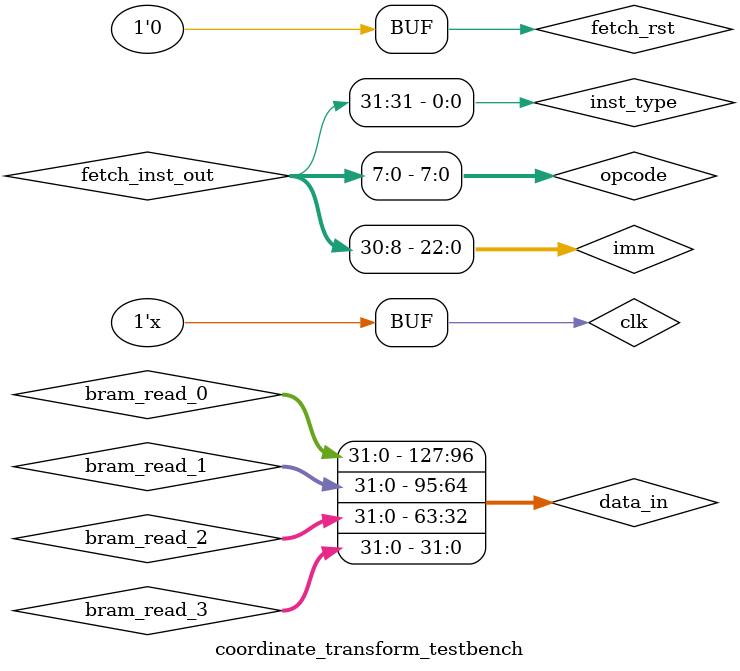
<source format=v>
`timescale 1ns / 1ps
module coordinate_transform_testbench(
    );
    
    reg             clk;
    
    wire [31:0]     bram_read_0;
    wire [31:0]     bram_read_1;
    wire [31:0]     bram_read_2;
    wire [31:0]     bram_read_3;
    
    wire [31:0]     v_x;
    wire [31:0]     v_y;
    wire [31:0]     v_width;
    wire [31:0]     v_height;
    
    wire [31:0]     decode_addr_out;
    wire            push_en;
    wire            pop_en;
    wire [31:0]     color_in;
    wire [31:0]     color_out;
    wire            matrix_load_en;
    wire            matrix_load_id_en;
    wire            matrix_mul_en;
    wire            matrix_mul_type;
    wire            matrix_mode_out;
    wire            perspective_div_en;
    wire [31:0]     fetch_inst_in;
    wire [31:0]     fetch_inst_out;
    wire [31:0]     fetch_inst_addr;
    wire [31:0]     decode_bram_addr;
    
    wire [127:0]    peek_out_0;                     // matrix_ctrl peek
    wire [127:0]    peek_out_1;                     // matrix_ctrl peek
    wire [127:0]    peek_out_2;                     // matrix_ctrl peek
    wire [127:0]    peek_out_3;                     // matrix_ctrl peek
    wire [127:0]    mc_write_in_0;                  // matrix_ctrl write in
    wire [127:0]    mc_write_in_1;                  // matrix_ctrl write in
    wire [127:0]    mc_write_in_2;                  // matrix_ctrl write in
    wire [127:0]    mc_write_in_3;                  // matrix_ctrl write in
    wire [127:0]    mc_data_in;                     // matrix_ctrl input line for push
    
    reg             fetch_rst;
    
    dummy_bram bram(.addr1(fetch_inst_addr),
                    .addr2(decode_addr_out),
                    .read0(fetch_inst_in),
                    .read1(bram_read_0), 
                    .read2(bram_read_1), 
                    .read3(bram_read_2), 
                    .read4(bram_read_3));
    
    
    gl_fetch fetch(.inst_out(fetch_inst_out), 
                   .inst_in(fetch_inst_in), 
                   .inst_addr(fetch_inst_addr), 
                   .decode_bram_addr(decode_bram_addr),
                   .clk(clk),
                   .stall(stall), 
                   .reset(fetch_rst));
    
    wire [7:0]  opcode;
    wire [22:0] imm;
    wire        inst_type;
    
    wire [31:0] red_out;
    wire [31:0] green_out;
    wire [31:0] blue_out;
    
    assign  opcode      = fetch_inst_out[7:0];
    assign  imm         = fetch_inst_out[30:8];
    assign  inst_type   = fetch_inst_out[31];
    
    gl_decode  dc (.clk(clk), .opcode(opcode), .imm(imm), .type(inst_type), 
                  .bram_addr_out(decode_addr_out),
                  .bram_addr_in(decode_bram_addr),
                  .bram_read_in_0(bram_read_0), 
                  .bram_read_in_1(bram_read_1), 
                  .bram_read_in_2(bram_read_2), 
                  .bram_read_in_3(bram_read_3),
                  .viewport_x(v_x), 
                  .viewport_y(v_y), 
                  .viewport_width(v_width), 
                  .viewport_height(v_height),
                  .push_en(push_en), 
                  .pop_en(pop_en), 
                  .red_out(red_out),
                  .green_out(green_out),
                  .blue_out(blue_out),
                  .matrix_load_en(matrix_load_en), 
                  .matrix_load_id_en(matrix_load_id_en),
                  .matrix_mul_en(matrix_mul_en), 
                  .matrix_mul_type(matrix_mul_type), 
                  .matrix_mode_out(matrix_mode_out),
                  .perspective_div_en(perspective_div_en),
                  .stall(stall) );
    
    
    wire [127:0] data_in;
    assign data_in = {bram_read_0, bram_read_1, bram_read_2, bram_read_3};
    
    matrix_ctrl matctr( .clk(clk), 
                        .matrix_mode(matrix_mode_out), 
                        .pop_en(pop_en), 
                        .push_en(push_en), 
                        .load_en(matrix_load_en),
                        .load_id_en(matrix_load_id_en),
                        .data_in(data_in), 
                        .write_en(matrix_ctrl_write_en),
                        .peek_out_0(peek_out_0), 
                        .peek_out_1(peek_out_1), 
                        .peek_out_2(peek_out_2), 
                        .peek_out_3(peek_out_3),
                        .write_in_0(mc_write_in_0), 
                        .write_in_1(mc_write_in_1), 
                        .write_in_2(mc_write_in_2), 
                        .write_in_3(mc_write_in_3) );
    
    
    matrix_mul matmul(  .clk(clk), 
                        .en(mul_en), 
                        .matrix_mode_in(matrix_mode), 
                        .matrix_mode_out(matrix_mode_out),
                        .mul_type(mul_type), 
                        .bram_addr_in(bram_addr_in), 
                        .bram_addr_out(bram_addr_out), 
                        .bram_read_in_0(bram_read_0), 
                        .bram_read_in_1(bram_read_1), 
                        .bram_read_in_2(bram_read_2), 
                        .bram_read_in_3(bram_read_3),
                        .matrix_peek_0(peek_out_0), 
                        .matrix_peek_1(peek_out_1), 
                        .matrix_peek_2(peek_out_2), 
                        .matrix_peek_3(peek_out_3),
                        .matrix_write_en(matrix_ctrl_write_en), 
                        .matrix_write_out_0(mc_write_in_0), 
                        .matrix_write_out_1(mc_write_in_1), 
                        .matrix_write_out_2(mc_write_in_2), 
                        .matrix_write_out_3(mc_write_in_3),
                        .vector_write_out(vertex_result) );
    
    
    
    always 
        #5 clk = ~clk;
    
    initial
    begin
        clk = 0;
        fetch_rst <= 0;
        #5
        fetch_rst <= 1;
        #10 
        fetch_rst <= 0;
    end

endmodule

</source>
